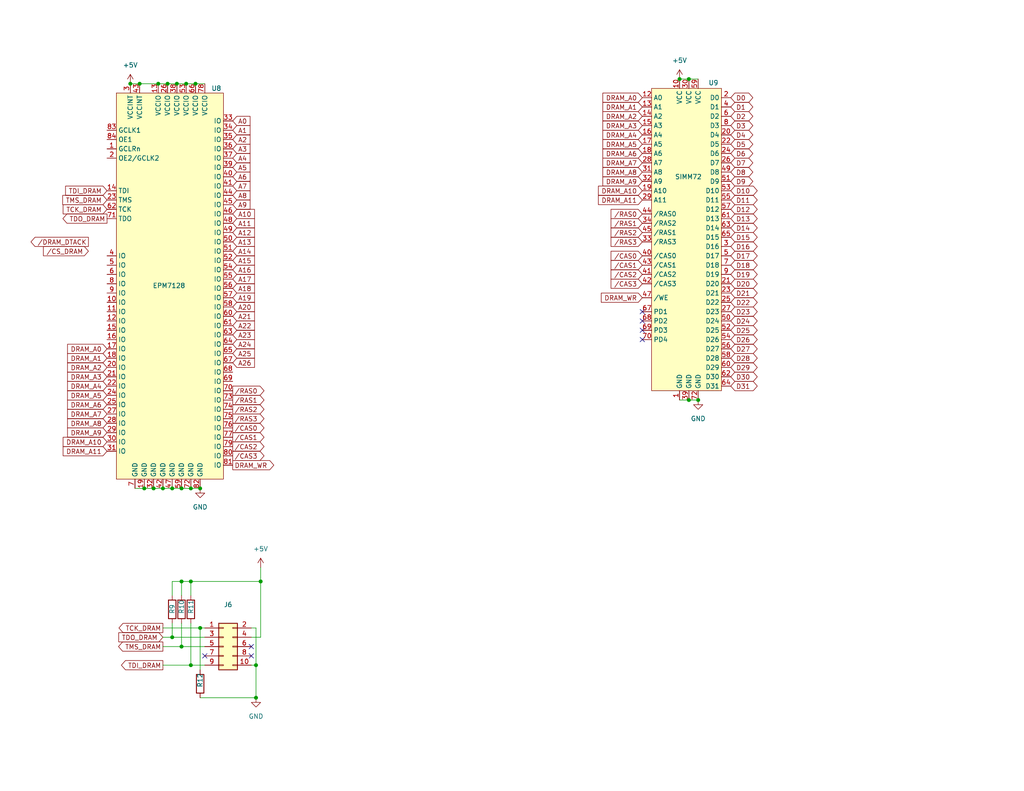
<source format=kicad_sch>
(kicad_sch (version 20231120) (generator "eeschema") (generator_version "8.0")
  (paper "A")
  (title_block (title "Mackerel-30 Proto") (date "2024-10-05") (rev "1.0") (company "Colin Maykish"))
  (lib_symbols
    (symbol "Connector_Generic:Conn_02x05_Odd_Even" (pin_names (offset 1.016) hide)
      (property "Reference" "J" (at 1.27 7.62 0))
      (property "Value" "Conn_02x05_Odd_Even" (at 1.27 -7.62 0))
      (symbol "Conn_02x05_Odd_Even_1_1"
        (rectangle (start -1.27 -4.953) (end 0 -5.207) (stroke (width 0.1524)))
        (rectangle (start -1.27 -2.413) (end 0 -2.667) (stroke (width 0.1524)))
        (rectangle (start -1.27 0.127) (end 0 -0.127) (stroke (width 0.1524)))
        (rectangle (start -1.27 2.667) (end 0 2.413) (stroke (width 0.1524)))
        (rectangle (start -1.27 5.207) (end 0 4.953) (stroke (width 0.1524)))
        (rectangle (start -1.27 6.35) (end 3.81 -6.35) (stroke (width 0.254)) (fill (type background)))
        (rectangle (start 3.81 -4.953) (end 2.54 -5.207) (stroke (width 0.1524)))
        (rectangle (start 3.81 -2.413) (end 2.54 -2.667) (stroke (width 0.1524)))
        (rectangle (start 3.81 0.127) (end 2.54 -0.127) (stroke (width 0.1524)))
        (rectangle (start 3.81 2.667) (end 2.54 2.413) (stroke (width 0.1524)))
        (rectangle (start 3.81 5.207) (end 2.54 4.953) (stroke (width 0.1524)))
        (pin passive line (at -5.08 5.08 0) (length 3.81) (name "Pin_1") (number "1"))
        (pin passive line (at 7.62 -5.08 180) (length 3.81) (name "Pin_10") (number "10"))
        (pin passive line (at 7.62 5.08 180) (length 3.81) (name "Pin_2") (number "2"))
        (pin passive line (at -5.08 2.54 0) (length 3.81) (name "Pin_3") (number "3"))
        (pin passive line (at 7.62 2.54 180) (length 3.81) (name "Pin_4") (number "4"))
        (pin passive line (at -5.08 0 0) (length 3.81) (name "Pin_5") (number "5"))
        (pin passive line (at 7.62 0 180) (length 3.81) (name "Pin_6") (number "6"))
        (pin passive line (at -5.08 -2.54 0) (length 3.81) (name "Pin_7") (number "7"))
        (pin passive line (at 7.62 -2.54 180) (length 3.81) (name "Pin_8") (number "8"))
        (pin passive line (at -5.08 -5.08 0) (length 3.81) (name "Pin_9") (number "9"))
      )
    )
    (symbol "Device:R" (pin_numbers hide) (pin_names (offset 0))
      (property "Reference" "R" (at 2.032 0 90))
      (property "Value" "R" (at 0 0 90))
      (symbol "R_0_1"
        (rectangle (start -1.016 -2.54) (end 1.016 2.54) (stroke (width 0.254)))
      )
      (symbol "R_1_1"
        (pin passive line (at 0 3.81 270) (length 1.27) (name "~") (number "1"))
        (pin passive line (at 0 -3.81 90) (length 1.27) (name "~") (number "2"))
      )
    )
    (symbol "mackerel-68k-symbols:EPM7128SLC"
      (property "Reference" "U" (at 12.192 55.118 0))
      (property "Value" "EPM7128" (at 0 1.27 0))
      (symbol "EPM7128SLC_1_1"
        (rectangle (start -15.24 53.34) (end 13.97 -52.07) (fill (type background)))
        (pin input line (at -17.78 38.1 0) (length 2.54) (name "GCLRn") (number "1"))
        (pin bidirectional line (at -17.78 -3.81 0) (length 2.54) (name "IO") (number "10"))
        (pin bidirectional line (at -17.78 -6.35 0) (length 2.54) (name "IO") (number "11"))
        (pin bidirectional line (at -17.78 -8.89 0) (length 2.54) (name "IO") (number "12"))
        (pin power_in line (at -3.81 55.88 270) (length 2.54) (name "VCCIO") (number "13"))
        (pin bidirectional line (at -17.78 26.67 0) (length 2.54) (name "TDI") (number "14"))
        (pin bidirectional line (at -17.78 -11.43 0) (length 2.54) (name "IO") (number "15"))
        (pin bidirectional line (at -17.78 -13.97 0) (length 2.54) (name "IO") (number "16"))
        (pin bidirectional line (at -17.78 -16.51 0) (length 2.54) (name "IO") (number "17"))
        (pin bidirectional line (at -17.78 -19.05 0) (length 2.54) (name "IO") (number "18"))
        (pin power_in line (at -7.62 -54.61 90) (length 2.54) (name "GND") (number "19"))
        (pin input line (at -17.78 35.56 0) (length 2.54) (name "OE2/GCLK2") (number "2"))
        (pin bidirectional line (at -17.78 -21.59 0) (length 2.54) (name "IO") (number "20"))
        (pin bidirectional line (at -17.78 -24.13 0) (length 2.54) (name "IO") (number "21"))
        (pin bidirectional line (at -17.78 -26.67 0) (length 2.54) (name "IO") (number "22"))
        (pin bidirectional line (at -17.78 24.13 0) (length 2.54) (name "TMS") (number "23"))
        (pin bidirectional line (at -17.78 -29.21 0) (length 2.54) (name "IO") (number "24"))
        (pin bidirectional line (at -17.78 -31.75 0) (length 2.54) (name "IO") (number "25"))
        (pin power_in line (at -1.27 55.88 270) (length 2.54) (name "VCCIO") (number "26"))
        (pin bidirectional line (at -17.78 -34.29 0) (length 2.54) (name "IO") (number "27"))
        (pin bidirectional line (at -17.78 -36.83 0) (length 2.54) (name "IO") (number "28"))
        (pin bidirectional line (at -17.78 -39.37 0) (length 2.54) (name "IO") (number "29"))
        (pin power_in line (at -11.43 55.88 270) (length 2.54) (name "VCCINT") (number "3"))
        (pin bidirectional line (at -17.78 -41.91 0) (length 2.54) (name "IO") (number "30"))
        (pin bidirectional line (at -17.78 -44.45 0) (length 2.54) (name "IO") (number "31"))
        (pin power_in line (at -5.08 -54.61 90) (length 2.54) (name "GND") (number "32"))
        (pin bidirectional line (at 16.51 45.72 180) (length 2.54) (name "IO") (number "33"))
        (pin bidirectional line (at 16.51 43.18 180) (length 2.54) (name "IO") (number "34"))
        (pin bidirectional line (at 16.51 40.64 180) (length 2.54) (name "IO") (number "35"))
        (pin bidirectional line (at 16.51 38.1 180) (length 2.54) (name "IO") (number "36"))
        (pin bidirectional line (at 16.51 35.56 180) (length 2.54) (name "IO") (number "37"))
        (pin power_in line (at 1.27 55.88 270) (length 2.54) (name "VCCIO") (number "38"))
        (pin bidirectional line (at 16.51 33.02 180) (length 2.54) (name "IO") (number "39"))
        (pin bidirectional line (at -17.78 8.89 0) (length 2.54) (name "IO") (number "4"))
        (pin bidirectional line (at 16.51 30.48 180) (length 2.54) (name "IO") (number "40"))
        (pin bidirectional line (at 16.51 27.94 180) (length 2.54) (name "IO") (number "41"))
        (pin power_in line (at -2.54 -54.61 90) (length 2.54) (name "GND") (number "42"))
        (pin power_in line (at -8.89 55.88 270) (length 2.54) (name "VCCINT") (number "43"))
        (pin bidirectional line (at 16.51 25.4 180) (length 2.54) (name "IO") (number "44"))
        (pin bidirectional line (at 16.51 22.86 180) (length 2.54) (name "IO") (number "45"))
        (pin bidirectional line (at 16.51 20.32 180) (length 2.54) (name "IO") (number "46"))
        (pin power_in line (at 0 -54.61 90) (length 2.54) (name "GND") (number "47"))
        (pin bidirectional line (at 16.51 17.78 180) (length 2.54) (name "IO") (number "48"))
        (pin bidirectional line (at 16.51 15.24 180) (length 2.54) (name "IO") (number "49"))
        (pin bidirectional line (at -17.78 6.35 0) (length 2.54) (name "IO") (number "5"))
        (pin bidirectional line (at 16.51 12.7 180) (length 2.54) (name "IO") (number "50"))
        (pin bidirectional line (at 16.51 10.16 180) (length 2.54) (name "IO") (number "51"))
        (pin bidirectional line (at 16.51 7.62 180) (length 2.54) (name "IO") (number "52"))
        (pin power_in line (at 3.81 55.88 270) (length 2.54) (name "VCCIO") (number "53"))
        (pin bidirectional line (at 16.51 5.08 180) (length 2.54) (name "IO") (number "54"))
        (pin bidirectional line (at 16.51 2.54 180) (length 2.54) (name "IO") (number "55"))
        (pin bidirectional line (at 16.51 0 180) (length 2.54) (name "IO") (number "56"))
        (pin bidirectional line (at 16.51 -2.54 180) (length 2.54) (name "IO") (number "57"))
        (pin bidirectional line (at 16.51 -5.08 180) (length 2.54) (name "IO") (number "58"))
        (pin power_in line (at 2.54 -54.61 90) (length 2.54) (name "GND") (number "59"))
        (pin bidirectional line (at -17.78 3.81 0) (length 2.54) (name "IO") (number "6"))
        (pin bidirectional line (at 16.51 -7.62 180) (length 2.54) (name "IO") (number "60"))
        (pin bidirectional line (at 16.51 -10.16 180) (length 2.54) (name "IO") (number "61"))
        (pin bidirectional line (at -17.78 21.59 0) (length 2.54) (name "TCK") (number "62"))
        (pin bidirectional line (at 16.51 -12.7 180) (length 2.54) (name "IO") (number "63"))
        (pin bidirectional line (at 16.51 -15.24 180) (length 2.54) (name "IO") (number "64"))
        (pin bidirectional line (at 16.51 -17.78 180) (length 2.54) (name "IO") (number "65"))
        (pin power_in line (at 6.35 55.88 270) (length 2.54) (name "VCCIO") (number "66"))
        (pin bidirectional line (at 16.51 -20.32 180) (length 2.54) (name "IO") (number "67"))
        (pin bidirectional line (at 16.51 -22.86 180) (length 2.54) (name "IO") (number "68"))
        (pin bidirectional line (at 16.51 -25.4 180) (length 2.54) (name "IO") (number "69"))
        (pin power_in line (at -10.16 -54.61 90) (length 2.54) (name "GND") (number "7"))
        (pin bidirectional line (at 16.51 -27.94 180) (length 2.54) (name "IO") (number "70"))
        (pin bidirectional line (at -17.78 19.05 0) (length 2.54) (name "TDO") (number "71"))
        (pin power_in line (at 5.08 -54.61 90) (length 2.54) (name "GND") (number "72"))
        (pin bidirectional line (at 16.51 -30.48 180) (length 2.54) (name "IO") (number "73"))
        (pin bidirectional line (at 16.51 -33.02 180) (length 2.54) (name "IO") (number "74"))
        (pin bidirectional line (at 16.51 -35.56 180) (length 2.54) (name "IO") (number "75"))
        (pin bidirectional line (at 16.51 -38.1 180) (length 2.54) (name "IO") (number "76"))
        (pin bidirectional line (at 16.51 -40.64 180) (length 2.54) (name "IO") (number "77"))
        (pin power_in line (at 8.89 55.88 270) (length 2.54) (name "VCCIO") (number "78"))
        (pin bidirectional line (at 16.51 -43.18 180) (length 2.54) (name "IO") (number "79"))
        (pin bidirectional line (at -17.78 1.27 0) (length 2.54) (name "IO") (number "8"))
        (pin bidirectional line (at 16.51 -45.72 180) (length 2.54) (name "IO") (number "80"))
        (pin bidirectional line (at 16.51 -48.26 180) (length 2.54) (name "IO") (number "81"))
        (pin power_in line (at 7.62 -54.61 90) (length 2.54) (name "GND") (number "82"))
        (pin input line (at -17.78 43.18 0) (length 2.54) (name "GCLK1") (number "83"))
        (pin input line (at -17.78 40.64 0) (length 2.54) (name "OE1") (number "84"))
        (pin bidirectional line (at -17.78 -1.27 0) (length 2.54) (name "IO") (number "9"))
      )
    )
    (symbol "mackerel-68k-symbols:SIMM72"
      (property "Reference" "U" (at 10.16 45.974 0))
      (property "Value" "SIMM72" (at -0.254 32.258 0))
      (symbol "SIMM72_1_1"
        (rectangle (start -10.16 41.91) (end 8.89 -40.64) (fill (type background)))
        (pin input line (at -2.54 -43.18 90) (length 2.54) (name "GND") (number "1"))
        (pin input line (at -2.54 44.45 270) (length 2.54) (name "VCC") (number "10"))
        (pin input line (at -17.78 -30.48 0) (length 2.54) hide (name "NC") (number "11"))
        (pin input line (at -12.7 39.37 0) (length 2.54) (name "A0") (number "12"))
        (pin input line (at -12.7 36.83 0) (length 2.54) (name "A1") (number "13"))
        (pin input line (at -12.7 34.29 0) (length 2.54) (name "A2") (number "14"))
        (pin input line (at -12.7 31.75 0) (length 2.54) (name "A3") (number "15"))
        (pin input line (at -12.7 29.21 0) (length 2.54) (name "A4") (number "16"))
        (pin input line (at -12.7 26.67 0) (length 2.54) (name "A5") (number "17"))
        (pin input line (at -12.7 24.13 0) (length 2.54) (name "A6") (number "18"))
        (pin input line (at -12.7 13.97 0) (length 2.54) (name "A10") (number "19"))
        (pin input line (at 11.43 39.37 180) (length 2.54) (name "D0") (number "2"))
        (pin input line (at 11.43 29.21 180) (length 2.54) (name "D4") (number "20"))
        (pin input line (at 11.43 -11.43 180) (length 2.54) (name "D20") (number "21"))
        (pin input line (at 11.43 26.67 180) (length 2.54) (name "D5") (number "22"))
        (pin input line (at 11.43 -13.97 180) (length 2.54) (name "D21") (number "23"))
        (pin input line (at 11.43 24.13 180) (length 2.54) (name "D6") (number "24"))
        (pin input line (at 11.43 -16.51 180) (length 2.54) (name "D22") (number "25"))
        (pin input line (at 11.43 21.59 180) (length 2.54) (name "D7") (number "26"))
        (pin input line (at 11.43 -19.05 180) (length 2.54) (name "D23") (number "27"))
        (pin input line (at -12.7 21.59 0) (length 2.54) (name "A7") (number "28"))
        (pin input line (at -12.7 11.43 0) (length 2.54) (name "A11") (number "29"))
        (pin input line (at 11.43 -1.27 180) (length 2.54) (name "D16") (number "3"))
        (pin input line (at 0 44.45 270) (length 2.54) (name "VCC") (number "30"))
        (pin input line (at -12.7 19.05 0) (length 2.54) (name "A8") (number "31"))
        (pin input line (at -12.7 16.51 0) (length 2.54) (name "A9") (number "32"))
        (pin input line (at -12.7 0 0) (length 2.54) (name "/RAS3") (number "33"))
        (pin input line (at -12.7 5.08 0) (length 2.54) (name "/RAS2") (number "34"))
        (pin input line (at -17.78 -33.02 0) (length 2.54) hide (name "NC") (number "35"))
        (pin input line (at -17.78 -35.56 0) (length 2.54) hide (name "NC") (number "36"))
        (pin input line (at -17.78 -38.1 0) (length 2.54) hide (name "NC") (number "37"))
        (pin input line (at -17.78 -40.64 0) (length 2.54) hide (name "NC") (number "38"))
        (pin input line (at 0 -43.18 90) (length 2.54) (name "GND") (number "39"))
        (pin input line (at 11.43 36.83 180) (length 2.54) (name "D1") (number "4"))
        (pin input line (at -12.7 -3.81 0) (length 2.54) (name "/CAS0") (number "40"))
        (pin input line (at -12.7 -8.89 0) (length 2.54) (name "/CAS2") (number "41"))
        (pin input line (at -12.7 -11.43 0) (length 2.54) (name "/CAS3") (number "42"))
        (pin input line (at -12.7 -6.35 0) (length 2.54) (name "/CAS1") (number "43"))
        (pin input line (at -12.7 7.62 0) (length 2.54) (name "/RAS0") (number "44"))
        (pin input line (at -12.7 2.54 0) (length 2.54) (name "/RAS1") (number "45"))
        (pin input line (at -17.78 -43.18 0) (length 2.54) hide (name "NC") (number "46"))
        (pin input line (at -12.7 -15.24 0) (length 2.54) (name "/WE") (number "47"))
        (pin input line (at -17.78 -45.72 0) (length 2.54) hide (name "NC") (number "48"))
        (pin input line (at 11.43 19.05 180) (length 2.54) (name "D8") (number "49"))
        (pin input line (at 11.43 -3.81 180) (length 2.54) (name "D17") (number "5"))
        (pin input line (at 11.43 -21.59 180) (length 2.54) (name "D24") (number "50"))
        (pin input line (at 11.43 16.51 180) (length 2.54) (name "D9") (number "51"))
        (pin input line (at 11.43 -24.13 180) (length 2.54) (name "D25") (number "52"))
        (pin input line (at 11.43 13.97 180) (length 2.54) (name "D10") (number "53"))
        (pin input line (at 11.43 -26.67 180) (length 2.54) (name "D26") (number "54"))
        (pin input line (at 11.43 11.43 180) (length 2.54) (name "D11") (number "55"))
        (pin input line (at 11.43 -29.21 180) (length 2.54) (name "D27") (number "56"))
        (pin input line (at 11.43 8.89 180) (length 2.54) (name "D12") (number "57"))
        (pin input line (at 11.43 -31.75 180) (length 2.54) (name "D28") (number "58"))
        (pin input line (at 2.54 44.45 270) (length 2.54) (name "VCC") (number "59"))
        (pin input line (at 11.43 34.29 180) (length 2.54) (name "D2") (number "6"))
        (pin input line (at 11.43 -34.29 180) (length 2.54) (name "D29") (number "60"))
        (pin input line (at 11.43 6.35 180) (length 2.54) (name "D13") (number "61"))
        (pin input line (at 11.43 -36.83 180) (length 2.54) (name "D30") (number "62"))
        (pin input line (at 11.43 3.81 180) (length 2.54) (name "D14") (number "63"))
        (pin input line (at 11.43 -39.37 180) (length 2.54) (name "D31") (number "64"))
        (pin input line (at 11.43 1.27 180) (length 2.54) (name "D15") (number "65"))
        (pin input line (at -17.78 -48.26 0) (length 2.54) hide (name "NC") (number "66"))
        (pin input line (at -12.7 -19.05 0) (length 2.54) (name "PD1") (number "67"))
        (pin input line (at -12.7 -21.59 0) (length 2.54) (name "PD2") (number "68"))
        (pin input line (at -12.7 -24.13 0) (length 2.54) (name "PD3") (number "69"))
        (pin input line (at 11.43 -6.35 180) (length 2.54) (name "D18") (number "7"))
        (pin input line (at -12.7 -26.67 0) (length 2.54) (name "PD4") (number "70"))
        (pin input line (at -17.78 -50.8 0) (length 2.54) hide (name "NC") (number "71"))
        (pin input line (at 2.54 -43.18 90) (length 2.54) (name "GND") (number "72"))
        (pin input line (at 11.43 31.75 180) (length 2.54) (name "D3") (number "8"))
        (pin input line (at 11.43 -8.89 180) (length 2.54) (name "D19") (number "9"))
      )
    )
    (symbol "power:+5V" (power) (pin_numbers hide) (pin_names (offset 0) hide)
      (property "Value" "+5V" (at 0 3.556 0))
      (symbol "+5V_0_1"
        (polyline (pts (xy -0.762 1.27) (xy 0 2.54)))
        (polyline (pts (xy 0 0) (xy 0 2.54)))
        (polyline (pts (xy 0 2.54) (xy 0.762 1.27)))
      )
      (symbol "+5V_1_1"
        (pin power_in line (at 0 0 90) (length 0) (name "~") (number "1"))
      )
    )
    (symbol "power:GND" (power) (pin_numbers hide) (pin_names (offset 0) hide)
      (property "Value" "GND" (at 0 -3.81 0))
      (symbol "GND_0_1"
        (polyline (pts (xy 0 0) (xy 0 -1.27) (xy 1.27 -1.27) (xy 0 -2.54) (xy -1.27 -1.27) (xy 0 -1.27)))
      )
      (symbol "GND_1_1"
        (pin power_in line (at 0 0 270) (length 0) (name "~") (number "1"))
      )
    )
  )
  (junction (at 52.07 181.61))
  (junction (at 39.37 133.35))
  (junction (at 41.91 133.35))
  (junction (at 53.34 22.86))
  (junction (at 185.42 21.59))
  (junction (at 49.53 158.75))
  (junction (at 49.53 176.53))
  (junction (at 71.12 158.75))
  (junction (at 54.61 171.45))
  (junction (at 52.07 158.75))
  (junction (at 54.61 133.35))
  (junction (at 46.99 173.99))
  (junction (at 190.5 109.22))
  (junction (at 44.45 133.35))
  (junction (at 50.8 22.86))
  (junction (at 46.99 133.35))
  (junction (at 48.26 22.86))
  (junction (at 35.56 22.86))
  (junction (at 45.72 22.86))
  (junction (at 52.07 133.35))
  (junction (at 69.85 181.61))
  (junction (at 38.1 22.86))
  (junction (at 187.96 109.22))
  (junction (at 49.53 133.35))
  (junction (at 43.18 22.86))
  (junction (at 187.96 21.59))
  (junction (at 69.85 190.5))
  (no_connect (at 175.26 87.63))
  (no_connect (at 175.26 92.71))
  (no_connect (at 55.88 179.07))
  (no_connect (at 175.26 90.17))
  (no_connect (at 68.58 179.07))
  (no_connect (at 68.58 176.53))
  (no_connect (at 175.26 85.09))
  (wire (pts (xy 52.07 181.61) (xy 55.88 181.61)))
  (wire (pts (xy 54.61 171.45) (xy 54.61 182.88)))
  (wire (pts (xy 45.72 22.86) (xy 48.26 22.86)))
  (wire (pts (xy 71.12 173.99) (xy 68.58 173.99)))
  (wire (pts (xy 54.61 171.45) (xy 55.88 171.45)))
  (wire (pts (xy 48.26 22.86) (xy 50.8 22.86)))
  (wire (pts (xy 46.99 158.75) (xy 49.53 158.75)))
  (wire (pts (xy 52.07 162.56) (xy 52.07 158.75)))
  (wire (pts (xy 69.85 181.61) (xy 68.58 181.61)))
  (wire (pts (xy 46.99 170.18) (xy 46.99 173.99)))
  (wire (pts (xy 44.45 171.45) (xy 54.61 171.45)))
  (wire (pts (xy 49.53 158.75) (xy 52.07 158.75)))
  (wire (pts (xy 69.85 181.61) (xy 69.85 190.5)))
  (wire (pts (xy 44.45 133.35) (xy 46.99 133.35)))
  (wire (pts (xy 71.12 158.75) (xy 71.12 173.99)))
  (wire (pts (xy 43.18 22.86) (xy 45.72 22.86)))
  (wire (pts (xy 44.45 173.99) (xy 46.99 173.99)))
  (wire (pts (xy 50.8 22.86) (xy 53.34 22.86)))
  (wire (pts (xy 46.99 162.56) (xy 46.99 158.75)))
  (wire (pts (xy 46.99 173.99) (xy 55.88 173.99)))
  (wire (pts (xy 35.56 22.86) (xy 38.1 22.86)))
  (wire (pts (xy 41.91 133.35) (xy 44.45 133.35)))
  (wire (pts (xy 185.42 21.59) (xy 187.96 21.59)))
  (wire (pts (xy 52.07 133.35) (xy 54.61 133.35)))
  (wire (pts (xy 46.99 133.35) (xy 49.53 133.35)))
  (wire (pts (xy 185.42 109.22) (xy 187.96 109.22)))
  (wire (pts (xy 52.07 158.75) (xy 71.12 158.75)))
  (wire (pts (xy 44.45 176.53) (xy 49.53 176.53)))
  (wire (pts (xy 49.53 176.53) (xy 55.88 176.53)))
  (wire (pts (xy 44.45 181.61) (xy 52.07 181.61)))
  (wire (pts (xy 39.37 133.35) (xy 41.91 133.35)))
  (wire (pts (xy 53.34 22.86) (xy 55.88 22.86)))
  (wire (pts (xy 68.58 171.45) (xy 69.85 171.45)))
  (wire (pts (xy 49.53 162.56) (xy 49.53 158.75)))
  (wire (pts (xy 38.1 22.86) (xy 43.18 22.86)))
  (wire (pts (xy 52.07 170.18) (xy 52.07 181.61)))
  (wire (pts (xy 49.53 133.35) (xy 52.07 133.35)))
  (wire (pts (xy 69.85 171.45) (xy 69.85 181.61)))
  (wire (pts (xy 187.96 21.59) (xy 190.5 21.59)))
  (wire (pts (xy 36.83 133.35) (xy 39.37 133.35)))
  (wire (pts (xy 187.96 109.22) (xy 190.5 109.22)))
  (wire (pts (xy 71.12 154.94) (xy 71.12 158.75)))
  (wire (pts (xy 49.53 170.18) (xy 49.53 176.53)))
  (wire (pts (xy 54.61 190.5) (xy 69.85 190.5)))
  (text "NOTE: 27 address bits gives 128MB of addressable space" (at -32.766 83.82 0) (effects (font (size 1.27 1.27))))
  (text "TODO: make sure SIMM pin 1 notch is on the correct side" (at -35.052 105.918 0) (effects (font (size 1.27 1.27))))
  (text "TODO: AS, DS, SIZ, CS pins, etc.\n" (at -16.764 93.218 0) (effects (font (size 1.27 1.27))))
  (text "NOTE: KISS-68030 connects DRAM right to the data lines, probably fine" (at -37.846 77.216 0) (effects (font (size 1.27 1.27))))
  (global_label "{slash}CAS3" (shape output) (at 63.5 124.46 0) (property "Intersheetrefs" "${INTERSHEET_REFS}" (effects (hide yes))))
  (global_label "DRAM_A1" (shape input) (at 175.26 29.21 180) (property "Intersheetrefs" "${INTERSHEET_REFS}" (effects (hide yes))))
  (global_label "TMS_DRAM" (shape input) (at 29.21 54.61 180) (property "Intersheetrefs" "${INTERSHEET_REFS}" (effects (hide yes))))
  (global_label "{slash}RAS1" (shape input) (at 175.26 60.96 180) (property "Intersheetrefs" "${INTERSHEET_REFS}" (effects (hide yes))))
  (global_label "{slash}RAS0" (shape output) (at 63.5 106.68 0) (property "Intersheetrefs" "${INTERSHEET_REFS}" (effects (hide yes))))
  (global_label "DRAM_A0" (shape input) (at 29.21 95.25 180) (property "Intersheetrefs" "${INTERSHEET_REFS}" (effects (hide yes))))
  (global_label "TCK_DRAM" (shape input) (at 29.21 57.15 180) (property "Intersheetrefs" "${INTERSHEET_REFS}" (effects (hide yes))))
  (global_label "{slash}DRAM_DTACK" (shape output) (at 24.13 66.04 180) (property "Intersheetrefs" "${INTERSHEET_REFS}" (effects (hide yes))))
  (global_label "A12" (shape input) (at 63.5 63.5 0) (property "Intersheetrefs" "${INTERSHEET_REFS}" (effects (hide yes))))
  (global_label "D14" (shape bidirectional) (at 199.39 62.23 0) (property "Intersheetrefs" "${INTERSHEET_REFS}" (effects (hide yes))))
  (global_label "TDI_DRAM" (shape input) (at 29.21 52.07 180) (property "Intersheetrefs" "${INTERSHEET_REFS}" (effects (hide yes))))
  (global_label "D7" (shape bidirectional) (at 199.39 44.45 0) (property "Intersheetrefs" "${INTERSHEET_REFS}" (effects (hide yes))))
  (global_label "DRAM_A9" (shape input) (at 175.26 49.53 180) (property "Intersheetrefs" "${INTERSHEET_REFS}" (effects (hide yes))))
  (global_label "DRAM_A4" (shape input) (at 175.26 36.83 180) (property "Intersheetrefs" "${INTERSHEET_REFS}" (effects (hide yes))))
  (global_label "D4" (shape bidirectional) (at 199.39 36.83 0) (property "Intersheetrefs" "${INTERSHEET_REFS}" (effects (hide yes))))
  (global_label "D28" (shape bidirectional) (at 199.39 97.79 0) (property "Intersheetrefs" "${INTERSHEET_REFS}" (effects (hide yes))))
  (global_label "D5" (shape bidirectional) (at 199.39 39.37 0) (property "Intersheetrefs" "${INTERSHEET_REFS}" (effects (hide yes))))
  (global_label "DRAM_A4" (shape input) (at 29.21 105.41 180) (property "Intersheetrefs" "${INTERSHEET_REFS}" (effects (hide yes))))
  (global_label "D13" (shape bidirectional) (at 199.39 59.69 0) (property "Intersheetrefs" "${INTERSHEET_REFS}" (effects (hide yes))))
  (global_label "{slash}RAS0" (shape input) (at 175.26 58.42 180) (property "Intersheetrefs" "${INTERSHEET_REFS}" (effects (hide yes))))
  (global_label "A22" (shape input) (at 63.5 88.9 0) (property "Intersheetrefs" "${INTERSHEET_REFS}" (effects (hide yes))))
  (global_label "D21" (shape bidirectional) (at 199.39 80.01 0) (property "Intersheetrefs" "${INTERSHEET_REFS}" (effects (hide yes))))
  (global_label "TCK_DRAM" (shape output) (at 44.45 171.45 180) (property "Intersheetrefs" "${INTERSHEET_REFS}" (effects (hide yes))))
  (global_label "DRAM_A3" (shape input) (at 175.26 34.29 180) (property "Intersheetrefs" "${INTERSHEET_REFS}" (effects (hide yes))))
  (global_label "D12" (shape bidirectional) (at 199.39 57.15 0) (property "Intersheetrefs" "${INTERSHEET_REFS}" (effects (hide yes))))
  (global_label "A3" (shape input) (at 63.5 40.64 0) (property "Intersheetrefs" "${INTERSHEET_REFS}" (effects (hide yes))))
  (global_label "A2" (shape input) (at 63.5 38.1 0) (property "Intersheetrefs" "${INTERSHEET_REFS}" (effects (hide yes))))
  (global_label "TDO_DRAM" (shape output) (at 29.21 59.69 180) (property "Intersheetrefs" "${INTERSHEET_REFS}" (effects (hide yes))))
  (global_label "D1" (shape bidirectional) (at 199.39 29.21 0) (property "Intersheetrefs" "${INTERSHEET_REFS}" (effects (hide yes))))
  (global_label "A17" (shape input) (at 63.5 76.2 0) (property "Intersheetrefs" "${INTERSHEET_REFS}" (effects (hide yes))))
  (global_label "D25" (shape bidirectional) (at 199.39 90.17 0) (property "Intersheetrefs" "${INTERSHEET_REFS}" (effects (hide yes))))
  (global_label "DRAM_A8" (shape input) (at 175.26 46.99 180) (property "Intersheetrefs" "${INTERSHEET_REFS}" (effects (hide yes))))
  (global_label "D16" (shape bidirectional) (at 199.39 67.31 0) (property "Intersheetrefs" "${INTERSHEET_REFS}" (effects (hide yes))))
  (global_label "DRAM_A6" (shape input) (at 29.21 110.49 180) (property "Intersheetrefs" "${INTERSHEET_REFS}" (effects (hide yes))))
  (global_label "TMS_DRAM" (shape output) (at 44.45 176.53 180) (property "Intersheetrefs" "${INTERSHEET_REFS}" (effects (hide yes))))
  (global_label "A1" (shape input) (at 63.5 35.56 0) (property "Intersheetrefs" "${INTERSHEET_REFS}" (effects (hide yes))))
  (global_label "D18" (shape bidirectional) (at 199.39 72.39 0) (property "Intersheetrefs" "${INTERSHEET_REFS}" (effects (hide yes))))
  (global_label "D20" (shape bidirectional) (at 199.39 77.47 0) (property "Intersheetrefs" "${INTERSHEET_REFS}" (effects (hide yes))))
  (global_label "D10" (shape bidirectional) (at 199.39 52.07 0) (property "Intersheetrefs" "${INTERSHEET_REFS}" (effects (hide yes))))
  (global_label "DRAM_A10" (shape input) (at 175.26 52.07 180) (property "Intersheetrefs" "${INTERSHEET_REFS}" (effects (hide yes))))
  (global_label "D19" (shape bidirectional) (at 199.39 74.93 0) (property "Intersheetrefs" "${INTERSHEET_REFS}" (effects (hide yes))))
  (global_label "A25" (shape input) (at 63.5 96.52 0) (property "Intersheetrefs" "${INTERSHEET_REFS}" (effects (hide yes))))
  (global_label "DRAM_A2" (shape input) (at 175.26 31.75 180) (property "Intersheetrefs" "${INTERSHEET_REFS}" (effects (hide yes))))
  (global_label "A18" (shape input) (at 63.5 78.74 0) (property "Intersheetrefs" "${INTERSHEET_REFS}" (effects (hide yes))))
  (global_label "A15" (shape input) (at 63.5 71.12 0) (property "Intersheetrefs" "${INTERSHEET_REFS}" (effects (hide yes))))
  (global_label "A13" (shape input) (at 63.5 66.04 0) (property "Intersheetrefs" "${INTERSHEET_REFS}" (effects (hide yes))))
  (global_label "D15" (shape bidirectional) (at 199.39 64.77 0) (property "Intersheetrefs" "${INTERSHEET_REFS}" (effects (hide yes))))
  (global_label "DRAM_A1" (shape input) (at 29.21 97.79 180) (property "Intersheetrefs" "${INTERSHEET_REFS}" (effects (hide yes))))
  (global_label "DRAM_A11" (shape input) (at 29.21 123.19 180) (property "Intersheetrefs" "${INTERSHEET_REFS}" (effects (hide yes))))
  (global_label "{slash}CAS1" (shape input) (at 175.26 72.39 180) (property "Intersheetrefs" "${INTERSHEET_REFS}" (effects (hide yes))))
  (global_label "D11" (shape bidirectional) (at 199.39 54.61 0) (property "Intersheetrefs" "${INTERSHEET_REFS}" (effects (hide yes))))
  (global_label "TDO_DRAM" (shape input) (at 44.45 173.99 180) (property "Intersheetrefs" "${INTERSHEET_REFS}" (effects (hide yes))))
  (global_label "DRAM_A6" (shape input) (at 175.26 41.91 180) (property "Intersheetrefs" "${INTERSHEET_REFS}" (effects (hide yes))))
  (global_label "{slash}RAS3" (shape output) (at 63.5 114.3 0) (property "Intersheetrefs" "${INTERSHEET_REFS}" (effects (hide yes))))
  (global_label "{slash}RAS2" (shape output) (at 63.5 111.76 0) (property "Intersheetrefs" "${INTERSHEET_REFS}" (effects (hide yes))))
  (global_label "D27" (shape bidirectional) (at 199.39 95.25 0) (property "Intersheetrefs" "${INTERSHEET_REFS}" (effects (hide yes))))
  (global_label "{slash}RAS3" (shape input) (at 175.26 66.04 180) (property "Intersheetrefs" "${INTERSHEET_REFS}" (effects (hide yes))))
  (global_label "D26" (shape bidirectional) (at 199.39 92.71 0) (property "Intersheetrefs" "${INTERSHEET_REFS}" (effects (hide yes))))
  (global_label "D29" (shape bidirectional) (at 199.39 100.33 0) (property "Intersheetrefs" "${INTERSHEET_REFS}" (effects (hide yes))))
  (global_label "D24" (shape bidirectional) (at 199.39 87.63 0) (property "Intersheetrefs" "${INTERSHEET_REFS}" (effects (hide yes))))
  (global_label "A11" (shape input) (at 63.5 60.96 0) (property "Intersheetrefs" "${INTERSHEET_REFS}" (effects (hide yes))))
  (global_label "D6" (shape bidirectional) (at 199.39 41.91 0) (property "Intersheetrefs" "${INTERSHEET_REFS}" (effects (hide yes))))
  (global_label "A7" (shape input) (at 63.5 50.8 0) (property "Intersheetrefs" "${INTERSHEET_REFS}" (effects (hide yes))))
  (global_label "{slash}RAS1" (shape output) (at 63.5 109.22 0) (property "Intersheetrefs" "${INTERSHEET_REFS}" (effects (hide yes))))
  (global_label "DRAM_A11" (shape input) (at 175.26 54.61 180) (property "Intersheetrefs" "${INTERSHEET_REFS}" (effects (hide yes))))
  (global_label "{slash}CAS0" (shape output) (at 63.5 116.84 0) (property "Intersheetrefs" "${INTERSHEET_REFS}" (effects (hide yes))))
  (global_label "DRAM_WR" (shape output) (at 63.5 127 0) (property "Intersheetrefs" "${INTERSHEET_REFS}" (effects (hide yes))))
  (global_label "D2" (shape bidirectional) (at 199.39 31.75 0) (property "Intersheetrefs" "${INTERSHEET_REFS}" (effects (hide yes))))
  (global_label "A26" (shape input) (at 63.5 99.06 0) (property "Intersheetrefs" "${INTERSHEET_REFS}" (effects (hide yes))))
  (global_label "A14" (shape input) (at 63.5 68.58 0) (property "Intersheetrefs" "${INTERSHEET_REFS}" (effects (hide yes))))
  (global_label "D23" (shape bidirectional) (at 199.39 85.09 0) (property "Intersheetrefs" "${INTERSHEET_REFS}" (effects (hide yes))))
  (global_label "DRAM_A3" (shape input) (at 29.21 102.87 180) (property "Intersheetrefs" "${INTERSHEET_REFS}" (effects (hide yes))))
  (global_label "{slash}CS_DRAM" (shape input) (at 24.13 68.58 180) (property "Intersheetrefs" "${INTERSHEET_REFS}" (effects (hide yes))))
  (global_label "DRAM_A10" (shape input) (at 29.21 120.65 180) (property "Intersheetrefs" "${INTERSHEET_REFS}" (effects (hide yes))))
  (global_label "A0" (shape input) (at 63.5 33.02 0) (property "Intersheetrefs" "${INTERSHEET_REFS}" (effects (hide yes))))
  (global_label "DRAM_A2" (shape input) (at 29.21 100.33 180) (property "Intersheetrefs" "${INTERSHEET_REFS}" (effects (hide yes))))
  (global_label "D31" (shape bidirectional) (at 199.39 105.41 0) (property "Intersheetrefs" "${INTERSHEET_REFS}" (effects (hide yes))))
  (global_label "{slash}CAS2" (shape input) (at 175.26 74.93 180) (property "Intersheetrefs" "${INTERSHEET_REFS}" (effects (hide yes))))
  (global_label "D9" (shape bidirectional) (at 199.39 49.53 0) (property "Intersheetrefs" "${INTERSHEET_REFS}" (effects (hide yes))))
  (global_label "A9" (shape input) (at 63.5 55.88 0) (property "Intersheetrefs" "${INTERSHEET_REFS}" (effects (hide yes))))
  (global_label "{slash}CAS1" (shape output) (at 63.5 119.38 0) (property "Intersheetrefs" "${INTERSHEET_REFS}" (effects (hide yes))))
  (global_label "DRAM_A5" (shape input) (at 29.21 107.95 180) (property "Intersheetrefs" "${INTERSHEET_REFS}" (effects (hide yes))))
  (global_label "A20" (shape input) (at 63.5 83.82 0) (property "Intersheetrefs" "${INTERSHEET_REFS}" (effects (hide yes))))
  (global_label "TDI_DRAM" (shape output) (at 44.45 181.61 180) (property "Intersheetrefs" "${INTERSHEET_REFS}" (effects (hide yes))))
  (global_label "A16" (shape input) (at 63.5 73.66 0) (property "Intersheetrefs" "${INTERSHEET_REFS}" (effects (hide yes))))
  (global_label "D22" (shape bidirectional) (at 199.39 82.55 0) (property "Intersheetrefs" "${INTERSHEET_REFS}" (effects (hide yes))))
  (global_label "A4" (shape input) (at 63.5 43.18 0) (property "Intersheetrefs" "${INTERSHEET_REFS}" (effects (hide yes))))
  (global_label "D3" (shape bidirectional) (at 199.39 34.29 0) (property "Intersheetrefs" "${INTERSHEET_REFS}" (effects (hide yes))))
  (global_label "A21" (shape input) (at 63.5 86.36 0) (property "Intersheetrefs" "${INTERSHEET_REFS}" (effects (hide yes))))
  (global_label "A23" (shape input) (at 63.5 91.44 0) (property "Intersheetrefs" "${INTERSHEET_REFS}" (effects (hide yes))))
  (global_label "A8" (shape input) (at 63.5 53.34 0) (property "Intersheetrefs" "${INTERSHEET_REFS}" (effects (hide yes))))
  (global_label "A19" (shape input) (at 63.5 81.28 0) (property "Intersheetrefs" "${INTERSHEET_REFS}" (effects (hide yes))))
  (global_label "DRAM_A8" (shape input) (at 29.21 115.57 180) (property "Intersheetrefs" "${INTERSHEET_REFS}" (effects (hide yes))))
  (global_label "D30" (shape bidirectional) (at 199.39 102.87 0) (property "Intersheetrefs" "${INTERSHEET_REFS}" (effects (hide yes))))
  (global_label "D8" (shape bidirectional) (at 199.39 46.99 0) (property "Intersheetrefs" "${INTERSHEET_REFS}" (effects (hide yes))))
  (global_label "DRAM_A0" (shape input) (at 175.26 26.67 180) (property "Intersheetrefs" "${INTERSHEET_REFS}" (effects (hide yes))))
  (global_label "D0" (shape bidirectional) (at 199.39 26.67 0) (property "Intersheetrefs" "${INTERSHEET_REFS}" (effects (hide yes))))
  (global_label "DRAM_A9" (shape input) (at 29.21 118.11 180) (property "Intersheetrefs" "${INTERSHEET_REFS}" (effects (hide yes))))
  (global_label "DRAM_A7" (shape input) (at 175.26 44.45 180) (property "Intersheetrefs" "${INTERSHEET_REFS}" (effects (hide yes))))
  (global_label "DRAM_WR" (shape input) (at 175.26 81.28 180) (property "Intersheetrefs" "${INTERSHEET_REFS}" (effects (hide yes))))
  (global_label "{slash}RAS2" (shape input) (at 175.26 63.5 180) (property "Intersheetrefs" "${INTERSHEET_REFS}" (effects (hide yes))))
  (global_label "DRAM_A7" (shape input) (at 29.21 113.03 180) (property "Intersheetrefs" "${INTERSHEET_REFS}" (effects (hide yes))))
  (global_label "{slash}CAS2" (shape output) (at 63.5 121.92 0) (property "Intersheetrefs" "${INTERSHEET_REFS}" (effects (hide yes))))
  (global_label "A5" (shape input) (at 63.5 45.72 0) (property "Intersheetrefs" "${INTERSHEET_REFS}" (effects (hide yes))))
  (global_label "A10" (shape input) (at 63.5 58.42 0) (property "Intersheetrefs" "${INTERSHEET_REFS}" (effects (hide yes))))
  (global_label "A24" (shape input) (at 63.5 93.98 0) (property "Intersheetrefs" "${INTERSHEET_REFS}" (effects (hide yes))))
  (global_label "DRAM_A5" (shape input) (at 175.26 39.37 180) (property "Intersheetrefs" "${INTERSHEET_REFS}" (effects (hide yes))))
  (global_label "{slash}CAS0" (shape input) (at 175.26 69.85 180) (property "Intersheetrefs" "${INTERSHEET_REFS}" (effects (hide yes))))
  (global_label "A6" (shape input) (at 63.5 48.26 0) (property "Intersheetrefs" "${INTERSHEET_REFS}" (effects (hide yes))))
  (global_label "D17" (shape bidirectional) (at 199.39 69.85 0) (property "Intersheetrefs" "${INTERSHEET_REFS}" (effects (hide yes))))
  (global_label "{slash}CAS3" (shape input) (at 175.26 77.47 180) (property "Intersheetrefs" "${INTERSHEET_REFS}" (effects (hide yes))))
  (symbol (lib_id "mackerel-68k-symbols:SIMM72") (at 187.96 66.04 0) (unit 1)
    (property "Reference" "U9" (at 193.294 22.606 0) (effects (justify left)))
    (property "Value" "SIMM72" (at 184.15 48.26 0) (effects (justify left)))
    (property "Footprint" "mackerel:SIMM-72" (effects (hide yes)))
  )
  (symbol (lib_id "power:GND") (at 69.85 190.5 0) (unit 1)
    (property "Reference" "#PWR043" (effects (hide yes)))
    (property "Value" "GND" (at 69.85 195.58 0))
    (property "Description" "Power symbol creates a global label with name \"GND\" , ground" (effects (hide yes)))
  )
  (symbol (lib_id "power:+5V") (at 185.42 21.59 0) (unit 1)
    (property "Reference" "#PWR045" (effects (hide yes)))
    (property "Value" "+5V" (at 185.42 16.51 0))
    (property "Description" "Power symbol creates a global label with name \"+5V\"" (effects (hide yes)))
  )
  (symbol (lib_id "Device:R") (at 49.53 166.37 0) (unit 1)
    (property "Reference" "R10" (at 49.53 167.64 90) (effects (justify left)))
    (property "Value" "R" (effects (hide yes)))
    (property "Footprint" "Resistor_THT:R_Axial_DIN0207_L6.3mm_D2.5mm_P7.62mm_Horizontal" (effects (hide yes)))
    (property "Description" "Resistor" (effects (hide yes)))
  )
  (symbol (lib_id "Connector_Generic:Conn_02x05_Odd_Even") (at 60.96 176.53 0) (unit 1)
    (property "Reference" "J6" (at 62.23 165.1 0))
    (property "Value" "Conn_02x05_Odd_Even" (effects (hide yes)))
    (property "Footprint" "Connector_IDC:IDC-Header_2x05_P2.54mm_Vertical" (effects (hide yes)))
    (property "Description" "Generic connector, double row, 02x05, odd/even pin numbering scheme (row 1 odd numbers, row 2 even numbers), script generated (kicad-library-utils/schlib/autogen/connector/)" (effects (hide yes)))
  )
  (symbol (lib_id "mackerel-68k-symbols:EPM7128SLC") (at 46.99 78.74 0) (unit 1)
    (property "Reference" "U8" (at 57.658 24.13 0) (effects (justify left)))
    (property "Value" "EPM7128" (at 41.656 77.978 0) (effects (justify left)))
    (property "Footprint" "Package_LCC:PLCC-84_THT-Socket" (effects (hide yes)))
  )
  (symbol (lib_id "power:GND") (at 54.61 133.35 0) (unit 1)
    (property "Reference" "#PWR042" (effects (hide yes)))
    (property "Value" "GND" (at 54.61 138.43 0))
    (property "Description" "Power symbol creates a global label with name \"GND\" , ground" (effects (hide yes)))
  )
  (symbol (lib_id "power:+5V") (at 71.12 154.94 0) (unit 1)
    (property "Reference" "#PWR044" (effects (hide yes)))
    (property "Value" "+5V" (at 71.12 149.86 0))
    (property "Description" "Power symbol creates a global label with name \"+5V\"" (effects (hide yes)))
  )
  (symbol (lib_id "power:GND") (at 190.5 109.22 0) (unit 1)
    (property "Reference" "#PWR046" (effects (hide yes)))
    (property "Value" "GND" (at 190.5 114.3 0))
    (property "Description" "Power symbol creates a global label with name \"GND\" , ground" (effects (hide yes)))
  )
  (symbol (lib_id "Device:R") (at 52.07 166.37 0) (unit 1)
    (property "Reference" "R11" (at 52.07 167.64 90) (effects (justify left)))
    (property "Value" "R" (effects (hide yes)))
    (property "Footprint" "Resistor_THT:R_Axial_DIN0207_L6.3mm_D2.5mm_P7.62mm_Horizontal" (effects (hide yes)))
    (property "Description" "Resistor" (effects (hide yes)))
  )
  (symbol (lib_id "Device:R") (at 54.61 186.69 0) (unit 1)
    (property "Reference" "R12" (at 54.61 187.706 90) (effects (justify left)))
    (property "Value" "R" (effects (hide yes)))
    (property "Footprint" "Resistor_THT:R_Axial_DIN0207_L6.3mm_D2.5mm_P7.62mm_Horizontal" (effects (hide yes)))
    (property "Description" "Resistor" (effects (hide yes)))
  )
  (symbol (lib_id "Device:R") (at 46.99 166.37 0) (unit 1)
    (property "Reference" "R9" (at 46.99 167.64 90) (effects (justify left)))
    (property "Value" "R" (effects (hide yes)))
    (property "Footprint" "Resistor_THT:R_Axial_DIN0207_L6.3mm_D2.5mm_P7.62mm_Horizontal" (effects (hide yes)))
    (property "Description" "Resistor" (effects (hide yes)))
  )
  (symbol (lib_id "power:+5V") (at 35.56 22.86 0) (unit 1)
    (property "Reference" "#PWR041" (effects (hide yes)))
    (property "Value" "+5V" (at 35.56 17.78 0))
    (property "Description" "Power symbol creates a global label with name \"+5V\"" (effects (hide yes)))
  )
)
</source>
